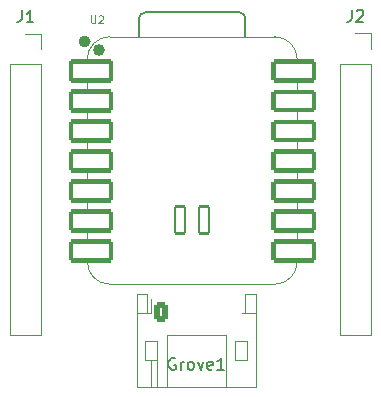
<source format=gbr>
%TF.GenerationSoftware,KiCad,Pcbnew,9.0.2*%
%TF.CreationDate,2025-06-04T21:23:03+09:00*%
%TF.ProjectId,rp2350-motor-board,72703233-3530-42d6-9d6f-746f722d626f,rev?*%
%TF.SameCoordinates,Original*%
%TF.FileFunction,Legend,Top*%
%TF.FilePolarity,Positive*%
%FSLAX46Y46*%
G04 Gerber Fmt 4.6, Leading zero omitted, Abs format (unit mm)*
G04 Created by KiCad (PCBNEW 9.0.2) date 2025-06-04 21:23:03*
%MOMM*%
%LPD*%
G01*
G04 APERTURE LIST*
G04 Aperture macros list*
%AMRoundRect*
0 Rectangle with rounded corners*
0 $1 Rounding radius*
0 $2 $3 $4 $5 $6 $7 $8 $9 X,Y pos of 4 corners*
0 Add a 4 corners polygon primitive as box body*
4,1,4,$2,$3,$4,$5,$6,$7,$8,$9,$2,$3,0*
0 Add four circle primitives for the rounded corners*
1,1,$1+$1,$2,$3*
1,1,$1+$1,$4,$5*
1,1,$1+$1,$6,$7*
1,1,$1+$1,$8,$9*
0 Add four rect primitives between the rounded corners*
20,1,$1+$1,$2,$3,$4,$5,0*
20,1,$1+$1,$4,$5,$6,$7,0*
20,1,$1+$1,$6,$7,$8,$9,0*
20,1,$1+$1,$8,$9,$2,$3,0*%
G04 Aperture macros list end*
%ADD10C,0.150000*%
%ADD11C,0.101600*%
%ADD12C,0.120000*%
%ADD13C,0.100000*%
%ADD14C,0.127000*%
%ADD15C,0.504000*%
%ADD16R,1.700000X1.700000*%
%ADD17C,1.700000*%
%ADD18RoundRect,0.250000X-0.350000X-0.625000X0.350000X-0.625000X0.350000X0.625000X-0.350000X0.625000X0*%
%ADD19O,1.200000X1.750000*%
%ADD20RoundRect,0.202000X1.685500X0.808000X-1.685500X0.808000X-1.685500X-0.808000X1.685500X-0.808000X0*%
%ADD21RoundRect,0.200000X1.687500X0.800000X-1.687500X0.800000X-1.687500X-0.800000X1.687500X-0.800000X0*%
%ADD22RoundRect,0.200000X-1.705000X-0.800000X1.705000X-0.800000X1.705000X0.800000X-1.705000X0.800000X0*%
%ADD23RoundRect,0.194000X-1.711000X-0.776000X1.711000X-0.776000X1.711000X0.776000X-1.711000X0.776000X0*%
%ADD24RoundRect,0.188000X-1.717000X-0.752000X1.717000X-0.752000X1.717000X0.752000X-1.717000X0.752000X0*%
%ADD25RoundRect,0.110000X-0.440000X1.140000X-0.440000X-1.140000X0.440000X-1.140000X0.440000X1.140000X0*%
%ADD26C,2.000000*%
G04 APERTURE END LIST*
D10*
X30146666Y32015181D02*
X30146666Y31300896D01*
X30146666Y31300896D02*
X30099047Y31158039D01*
X30099047Y31158039D02*
X30003809Y31062800D01*
X30003809Y31062800D02*
X29860952Y31015181D01*
X29860952Y31015181D02*
X29765714Y31015181D01*
X30575238Y31919943D02*
X30622857Y31967562D01*
X30622857Y31967562D02*
X30718095Y32015181D01*
X30718095Y32015181D02*
X30956190Y32015181D01*
X30956190Y32015181D02*
X31051428Y31967562D01*
X31051428Y31967562D02*
X31099047Y31919943D01*
X31099047Y31919943D02*
X31146666Y31824705D01*
X31146666Y31824705D02*
X31146666Y31729467D01*
X31146666Y31729467D02*
X31099047Y31586610D01*
X31099047Y31586610D02*
X30527619Y31015181D01*
X30527619Y31015181D02*
X31146666Y31015181D01*
X15214285Y2497562D02*
X15119047Y2545181D01*
X15119047Y2545181D02*
X14976190Y2545181D01*
X14976190Y2545181D02*
X14833333Y2497562D01*
X14833333Y2497562D02*
X14738095Y2402324D01*
X14738095Y2402324D02*
X14690476Y2307086D01*
X14690476Y2307086D02*
X14642857Y2116610D01*
X14642857Y2116610D02*
X14642857Y1973753D01*
X14642857Y1973753D02*
X14690476Y1783277D01*
X14690476Y1783277D02*
X14738095Y1688039D01*
X14738095Y1688039D02*
X14833333Y1592800D01*
X14833333Y1592800D02*
X14976190Y1545181D01*
X14976190Y1545181D02*
X15071428Y1545181D01*
X15071428Y1545181D02*
X15214285Y1592800D01*
X15214285Y1592800D02*
X15261904Y1640420D01*
X15261904Y1640420D02*
X15261904Y1973753D01*
X15261904Y1973753D02*
X15071428Y1973753D01*
X15690476Y1545181D02*
X15690476Y2211848D01*
X15690476Y2021372D02*
X15738095Y2116610D01*
X15738095Y2116610D02*
X15785714Y2164229D01*
X15785714Y2164229D02*
X15880952Y2211848D01*
X15880952Y2211848D02*
X15976190Y2211848D01*
X16452381Y1545181D02*
X16357143Y1592800D01*
X16357143Y1592800D02*
X16309524Y1640420D01*
X16309524Y1640420D02*
X16261905Y1735658D01*
X16261905Y1735658D02*
X16261905Y2021372D01*
X16261905Y2021372D02*
X16309524Y2116610D01*
X16309524Y2116610D02*
X16357143Y2164229D01*
X16357143Y2164229D02*
X16452381Y2211848D01*
X16452381Y2211848D02*
X16595238Y2211848D01*
X16595238Y2211848D02*
X16690476Y2164229D01*
X16690476Y2164229D02*
X16738095Y2116610D01*
X16738095Y2116610D02*
X16785714Y2021372D01*
X16785714Y2021372D02*
X16785714Y1735658D01*
X16785714Y1735658D02*
X16738095Y1640420D01*
X16738095Y1640420D02*
X16690476Y1592800D01*
X16690476Y1592800D02*
X16595238Y1545181D01*
X16595238Y1545181D02*
X16452381Y1545181D01*
X17119048Y2211848D02*
X17357143Y1545181D01*
X17357143Y1545181D02*
X17595238Y2211848D01*
X18357143Y1592800D02*
X18261905Y1545181D01*
X18261905Y1545181D02*
X18071429Y1545181D01*
X18071429Y1545181D02*
X17976191Y1592800D01*
X17976191Y1592800D02*
X17928572Y1688039D01*
X17928572Y1688039D02*
X17928572Y2068991D01*
X17928572Y2068991D02*
X17976191Y2164229D01*
X17976191Y2164229D02*
X18071429Y2211848D01*
X18071429Y2211848D02*
X18261905Y2211848D01*
X18261905Y2211848D02*
X18357143Y2164229D01*
X18357143Y2164229D02*
X18404762Y2068991D01*
X18404762Y2068991D02*
X18404762Y1973753D01*
X18404762Y1973753D02*
X17928572Y1878515D01*
X19357143Y1545181D02*
X18785715Y1545181D01*
X19071429Y1545181D02*
X19071429Y2545181D01*
X19071429Y2545181D02*
X18976191Y2402324D01*
X18976191Y2402324D02*
X18880953Y2307086D01*
X18880953Y2307086D02*
X18785715Y2259467D01*
X2206666Y31975181D02*
X2206666Y31260896D01*
X2206666Y31260896D02*
X2159047Y31118039D01*
X2159047Y31118039D02*
X2063809Y31022800D01*
X2063809Y31022800D02*
X1920952Y30975181D01*
X1920952Y30975181D02*
X1825714Y30975181D01*
X3206666Y30975181D02*
X2635238Y30975181D01*
X2920952Y30975181D02*
X2920952Y31975181D01*
X2920952Y31975181D02*
X2825714Y31832324D01*
X2825714Y31832324D02*
X2730476Y31737086D01*
X2730476Y31737086D02*
X2635238Y31689467D01*
D11*
X8092696Y31536521D02*
X8092696Y31022474D01*
X8092696Y31022474D02*
X8122934Y30961998D01*
X8122934Y30961998D02*
X8153172Y30931759D01*
X8153172Y30931759D02*
X8213648Y30901521D01*
X8213648Y30901521D02*
X8334601Y30901521D01*
X8334601Y30901521D02*
X8395077Y30931759D01*
X8395077Y30931759D02*
X8425315Y30961998D01*
X8425315Y30961998D02*
X8455553Y31022474D01*
X8455553Y31022474D02*
X8455553Y31536521D01*
X8727696Y31476045D02*
X8757934Y31506283D01*
X8757934Y31506283D02*
X8818410Y31536521D01*
X8818410Y31536521D02*
X8969601Y31536521D01*
X8969601Y31536521D02*
X9030077Y31506283D01*
X9030077Y31506283D02*
X9060315Y31476045D01*
X9060315Y31476045D02*
X9090553Y31415569D01*
X9090553Y31415569D02*
X9090553Y31355093D01*
X9090553Y31355093D02*
X9060315Y31264379D01*
X9060315Y31264379D02*
X8697458Y30901521D01*
X8697458Y30901521D02*
X9090553Y30901521D01*
D12*
%TO.C,J2*%
X29150000Y27430000D02*
X29150000Y4510000D01*
X29150000Y27430000D02*
X31810000Y27430000D01*
X29150000Y4510000D02*
X31810000Y4510000D01*
X30480000Y30030000D02*
X31810000Y30030000D01*
X31810000Y30030000D02*
X31810000Y28700000D01*
X31810000Y27430000D02*
X31810000Y4510000D01*
%TO.C,Grove1*%
X11940000Y7910000D02*
X11940000Y90000D01*
X11940000Y6310000D02*
X12860000Y6310000D01*
X11940000Y90000D02*
X22060000Y90000D01*
X12700000Y3950000D02*
X12700000Y2350000D01*
X12700000Y2350000D02*
X13700000Y2350000D01*
X12860000Y7910000D02*
X11940000Y7910000D01*
X12860000Y6310000D02*
X12860000Y7910000D01*
X13140000Y6310000D02*
X12860000Y6310000D01*
X13140000Y6310000D02*
X13140000Y7525000D01*
X13200000Y2350000D02*
X13200000Y90000D01*
X13700000Y3950000D02*
X12700000Y3950000D01*
X13700000Y2350000D02*
X13700000Y3950000D01*
X13700000Y2350000D02*
X13700000Y90000D01*
X14500000Y4450000D02*
X19500000Y4450000D01*
X14500000Y90000D02*
X14500000Y4450000D01*
X19500000Y4450000D02*
X19500000Y90000D01*
X20300000Y3950000D02*
X21300000Y3950000D01*
X20300000Y2350000D02*
X20300000Y3950000D01*
X21140000Y7910000D02*
X21140000Y6310000D01*
X21140000Y6310000D02*
X20860000Y6310000D01*
X21300000Y3950000D02*
X21300000Y2350000D01*
X21300000Y2350000D02*
X20300000Y2350000D01*
X22060000Y7910000D02*
X21140000Y7910000D01*
X22060000Y6310000D02*
X21140000Y6310000D01*
X22060000Y90000D02*
X22060000Y7910000D01*
%TO.C,J1*%
X1210000Y27390000D02*
X1210000Y4470000D01*
X1210000Y27390000D02*
X3870000Y27390000D01*
X1210000Y4470000D02*
X3870000Y4470000D01*
X2540000Y29990000D02*
X3870000Y29990000D01*
X3870000Y29990000D02*
X3870000Y28660000D01*
X3870000Y27390000D02*
X3870000Y4470000D01*
D13*
%TO.C,U2*%
X7769006Y10681000D02*
X7769006Y27826000D01*
X9674006Y8776000D02*
X23644006Y8776000D01*
D14*
X12161006Y29743000D02*
X12161722Y31284284D01*
X12661722Y31784012D02*
X20656994Y31784012D01*
X21156994Y31284012D02*
X21158006Y29740000D01*
D13*
X23644006Y29731000D02*
X9674006Y29731000D01*
X25549006Y10681000D02*
X25549006Y27826000D01*
X7769006Y27830000D02*
G75*
G02*
X9674006Y29735000I1905001J-1D01*
G01*
X9674006Y8776000D02*
G75*
G02*
X7769006Y10681000I1J1905001D01*
G01*
D14*
X12161722Y31284284D02*
G75*
G02*
X12661722Y31784012I500131J-403D01*
G01*
X20656994Y31784012D02*
G75*
G02*
X21157018Y31284012I12J-500012D01*
G01*
D13*
X23644006Y29731000D02*
G75*
G02*
X25549006Y27826000I0J-1905000D01*
G01*
X25549006Y10681000D02*
G75*
G02*
X23644006Y8776000I-1905000J0D01*
G01*
D15*
X7794994Y29327012D02*
G75*
G02*
X7290994Y29327012I-252000J0D01*
G01*
X7290994Y29327012D02*
G75*
G02*
X7794994Y29327012I252000J0D01*
G01*
X9011994Y28604012D02*
G75*
G02*
X8507994Y28604012I-252000J0D01*
G01*
X8507994Y28604012D02*
G75*
G02*
X9011994Y28604012I252000J0D01*
G01*
%TD*%
%LPC*%
D16*
%TO.C,J2*%
X30480000Y28700000D03*
D17*
X30480000Y26160000D03*
X30480000Y23620000D03*
X30480000Y21080000D03*
X30480000Y18540000D03*
X30480000Y16000000D03*
X30480000Y13460000D03*
X30480000Y10920000D03*
X30480000Y8380000D03*
X30480000Y5840000D03*
%TD*%
D18*
%TO.C,Grove1*%
X14000000Y6450000D03*
D19*
X16000000Y6450000D03*
X18000000Y6450000D03*
X20000000Y6450000D03*
%TD*%
D16*
%TO.C,J1*%
X2540000Y28660000D03*
D17*
X2540000Y26120000D03*
X2540000Y23580000D03*
X2540000Y21040000D03*
X2540000Y18500000D03*
X2540000Y15960000D03*
X2540000Y13420000D03*
X2540000Y10880000D03*
X2540000Y8340000D03*
X2540000Y5800000D03*
%TD*%
D20*
%TO.C,U2*%
X8064006Y26800000D03*
D21*
X8064006Y24270000D03*
X8064006Y21730000D03*
X8064006Y19190000D03*
X8064006Y16650000D03*
X8064006Y14110000D03*
X8064006Y11570000D03*
D22*
X25271506Y11570000D03*
X25271506Y14110000D03*
X25271506Y16650000D03*
X25271506Y19190000D03*
D23*
X25271506Y21760000D03*
D24*
X25271506Y24330000D03*
D22*
X25271506Y26810000D03*
D17*
X21660000Y23000000D03*
X21660000Y20460000D03*
X21660000Y17920000D03*
X21660000Y15380000D03*
X11500000Y15380000D03*
X11500000Y17920000D03*
X11500000Y20460000D03*
X11500000Y23000000D03*
X15389006Y27840000D03*
X15389006Y25300000D03*
X15389006Y22760000D03*
X17929006Y22760000D03*
X17929006Y25300000D03*
X17929006Y27840000D03*
D25*
X15659006Y14215189D03*
X17659006Y14215189D03*
%TD*%
D26*
%TO.C,U1*%
X26500000Y5000000D03*
%TD*%
%TO.C,U3*%
X8500000Y4970000D03*
%TD*%
%LPD*%
M02*

</source>
